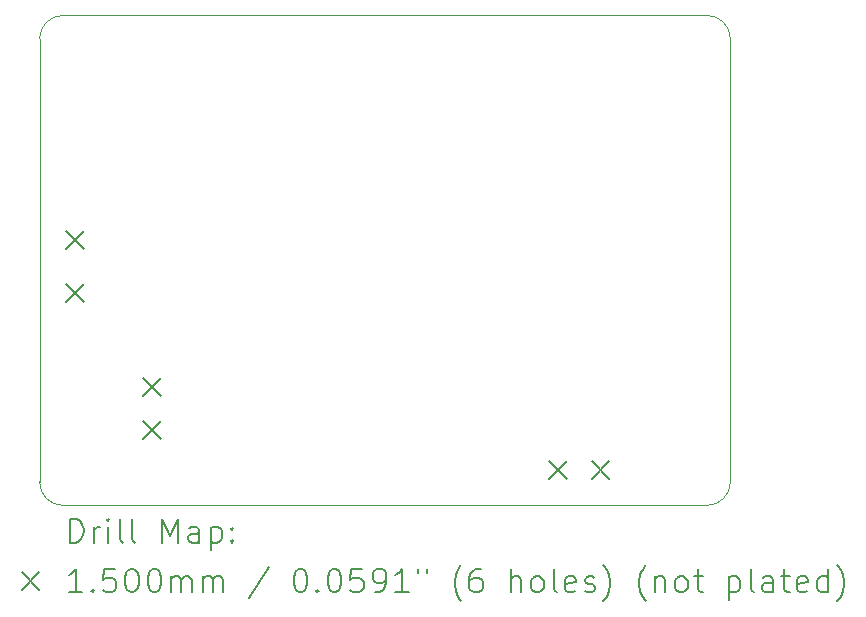
<source format=gbr>
%TF.GenerationSoftware,KiCad,Pcbnew,9.0.3*%
%TF.CreationDate,2025-09-14T12:06:08+10:00*%
%TF.ProjectId,WashingLineMonitor-P0001,57617368-696e-4674-9c69-6e654d6f6e69,AB*%
%TF.SameCoordinates,Original*%
%TF.FileFunction,Drillmap*%
%TF.FilePolarity,Positive*%
%FSLAX45Y45*%
G04 Gerber Fmt 4.5, Leading zero omitted, Abs format (unit mm)*
G04 Created by KiCad (PCBNEW 9.0.3) date 2025-09-14 12:06:08*
%MOMM*%
%LPD*%
G01*
G04 APERTURE LIST*
%ADD10C,0.050000*%
%ADD11C,0.200000*%
%ADD12C,0.150000*%
G04 APERTURE END LIST*
D10*
X3700000Y-1600000D02*
G75*
G02*
X3900000Y-1400000I200000J0D01*
G01*
X3900000Y-5550000D02*
G75*
G02*
X3700000Y-5350000I0J200000D01*
G01*
X9350000Y-5550000D02*
X3900000Y-5550000D01*
X9550000Y-1600000D02*
X9550000Y-5350000D01*
X9550000Y-5350000D02*
G75*
G02*
X9350000Y-5550000I-200000J0D01*
G01*
X3900000Y-1400000D02*
X9350000Y-1400000D01*
X3700000Y-5350000D02*
X3700000Y-1600000D01*
X9350000Y-1400000D02*
G75*
G02*
X9550000Y-1600000I0J-200000D01*
G01*
D11*
D12*
X3925000Y-3225000D02*
X4075000Y-3375000D01*
X4075000Y-3225000D02*
X3925000Y-3375000D01*
X3925000Y-3675000D02*
X4075000Y-3825000D01*
X4075000Y-3675000D02*
X3925000Y-3825000D01*
X4575000Y-4475000D02*
X4725000Y-4625000D01*
X4725000Y-4475000D02*
X4575000Y-4625000D01*
X4575000Y-4835000D02*
X4725000Y-4985000D01*
X4725000Y-4835000D02*
X4575000Y-4985000D01*
X8015000Y-5175000D02*
X8165000Y-5325000D01*
X8165000Y-5175000D02*
X8015000Y-5325000D01*
X8375000Y-5175000D02*
X8525000Y-5325000D01*
X8525000Y-5175000D02*
X8375000Y-5325000D01*
D11*
X3958277Y-5863984D02*
X3958277Y-5663984D01*
X3958277Y-5663984D02*
X4005896Y-5663984D01*
X4005896Y-5663984D02*
X4034467Y-5673508D01*
X4034467Y-5673508D02*
X4053515Y-5692555D01*
X4053515Y-5692555D02*
X4063039Y-5711603D01*
X4063039Y-5711603D02*
X4072562Y-5749698D01*
X4072562Y-5749698D02*
X4072562Y-5778269D01*
X4072562Y-5778269D02*
X4063039Y-5816365D01*
X4063039Y-5816365D02*
X4053515Y-5835412D01*
X4053515Y-5835412D02*
X4034467Y-5854460D01*
X4034467Y-5854460D02*
X4005896Y-5863984D01*
X4005896Y-5863984D02*
X3958277Y-5863984D01*
X4158277Y-5863984D02*
X4158277Y-5730650D01*
X4158277Y-5768746D02*
X4167801Y-5749698D01*
X4167801Y-5749698D02*
X4177324Y-5740174D01*
X4177324Y-5740174D02*
X4196372Y-5730650D01*
X4196372Y-5730650D02*
X4215420Y-5730650D01*
X4282086Y-5863984D02*
X4282086Y-5730650D01*
X4282086Y-5663984D02*
X4272563Y-5673508D01*
X4272563Y-5673508D02*
X4282086Y-5683031D01*
X4282086Y-5683031D02*
X4291610Y-5673508D01*
X4291610Y-5673508D02*
X4282086Y-5663984D01*
X4282086Y-5663984D02*
X4282086Y-5683031D01*
X4405896Y-5863984D02*
X4386848Y-5854460D01*
X4386848Y-5854460D02*
X4377324Y-5835412D01*
X4377324Y-5835412D02*
X4377324Y-5663984D01*
X4510658Y-5863984D02*
X4491610Y-5854460D01*
X4491610Y-5854460D02*
X4482086Y-5835412D01*
X4482086Y-5835412D02*
X4482086Y-5663984D01*
X4739229Y-5863984D02*
X4739229Y-5663984D01*
X4739229Y-5663984D02*
X4805896Y-5806841D01*
X4805896Y-5806841D02*
X4872563Y-5663984D01*
X4872563Y-5663984D02*
X4872563Y-5863984D01*
X5053515Y-5863984D02*
X5053515Y-5759222D01*
X5053515Y-5759222D02*
X5043991Y-5740174D01*
X5043991Y-5740174D02*
X5024944Y-5730650D01*
X5024944Y-5730650D02*
X4986848Y-5730650D01*
X4986848Y-5730650D02*
X4967801Y-5740174D01*
X5053515Y-5854460D02*
X5034467Y-5863984D01*
X5034467Y-5863984D02*
X4986848Y-5863984D01*
X4986848Y-5863984D02*
X4967801Y-5854460D01*
X4967801Y-5854460D02*
X4958277Y-5835412D01*
X4958277Y-5835412D02*
X4958277Y-5816365D01*
X4958277Y-5816365D02*
X4967801Y-5797317D01*
X4967801Y-5797317D02*
X4986848Y-5787793D01*
X4986848Y-5787793D02*
X5034467Y-5787793D01*
X5034467Y-5787793D02*
X5053515Y-5778269D01*
X5148753Y-5730650D02*
X5148753Y-5930650D01*
X5148753Y-5740174D02*
X5167801Y-5730650D01*
X5167801Y-5730650D02*
X5205896Y-5730650D01*
X5205896Y-5730650D02*
X5224944Y-5740174D01*
X5224944Y-5740174D02*
X5234467Y-5749698D01*
X5234467Y-5749698D02*
X5243991Y-5768746D01*
X5243991Y-5768746D02*
X5243991Y-5825888D01*
X5243991Y-5825888D02*
X5234467Y-5844936D01*
X5234467Y-5844936D02*
X5224944Y-5854460D01*
X5224944Y-5854460D02*
X5205896Y-5863984D01*
X5205896Y-5863984D02*
X5167801Y-5863984D01*
X5167801Y-5863984D02*
X5148753Y-5854460D01*
X5329705Y-5844936D02*
X5339229Y-5854460D01*
X5339229Y-5854460D02*
X5329705Y-5863984D01*
X5329705Y-5863984D02*
X5320182Y-5854460D01*
X5320182Y-5854460D02*
X5329705Y-5844936D01*
X5329705Y-5844936D02*
X5329705Y-5863984D01*
X5329705Y-5740174D02*
X5339229Y-5749698D01*
X5339229Y-5749698D02*
X5329705Y-5759222D01*
X5329705Y-5759222D02*
X5320182Y-5749698D01*
X5320182Y-5749698D02*
X5329705Y-5740174D01*
X5329705Y-5740174D02*
X5329705Y-5759222D01*
D12*
X3547500Y-6117500D02*
X3697500Y-6267500D01*
X3697500Y-6117500D02*
X3547500Y-6267500D01*
D11*
X4063039Y-6283984D02*
X3948753Y-6283984D01*
X4005896Y-6283984D02*
X4005896Y-6083984D01*
X4005896Y-6083984D02*
X3986848Y-6112555D01*
X3986848Y-6112555D02*
X3967801Y-6131603D01*
X3967801Y-6131603D02*
X3948753Y-6141127D01*
X4148753Y-6264936D02*
X4158277Y-6274460D01*
X4158277Y-6274460D02*
X4148753Y-6283984D01*
X4148753Y-6283984D02*
X4139229Y-6274460D01*
X4139229Y-6274460D02*
X4148753Y-6264936D01*
X4148753Y-6264936D02*
X4148753Y-6283984D01*
X4339229Y-6083984D02*
X4243991Y-6083984D01*
X4243991Y-6083984D02*
X4234467Y-6179222D01*
X4234467Y-6179222D02*
X4243991Y-6169698D01*
X4243991Y-6169698D02*
X4263039Y-6160174D01*
X4263039Y-6160174D02*
X4310658Y-6160174D01*
X4310658Y-6160174D02*
X4329705Y-6169698D01*
X4329705Y-6169698D02*
X4339229Y-6179222D01*
X4339229Y-6179222D02*
X4348753Y-6198269D01*
X4348753Y-6198269D02*
X4348753Y-6245888D01*
X4348753Y-6245888D02*
X4339229Y-6264936D01*
X4339229Y-6264936D02*
X4329705Y-6274460D01*
X4329705Y-6274460D02*
X4310658Y-6283984D01*
X4310658Y-6283984D02*
X4263039Y-6283984D01*
X4263039Y-6283984D02*
X4243991Y-6274460D01*
X4243991Y-6274460D02*
X4234467Y-6264936D01*
X4472563Y-6083984D02*
X4491610Y-6083984D01*
X4491610Y-6083984D02*
X4510658Y-6093508D01*
X4510658Y-6093508D02*
X4520182Y-6103031D01*
X4520182Y-6103031D02*
X4529705Y-6122079D01*
X4529705Y-6122079D02*
X4539229Y-6160174D01*
X4539229Y-6160174D02*
X4539229Y-6207793D01*
X4539229Y-6207793D02*
X4529705Y-6245888D01*
X4529705Y-6245888D02*
X4520182Y-6264936D01*
X4520182Y-6264936D02*
X4510658Y-6274460D01*
X4510658Y-6274460D02*
X4491610Y-6283984D01*
X4491610Y-6283984D02*
X4472563Y-6283984D01*
X4472563Y-6283984D02*
X4453515Y-6274460D01*
X4453515Y-6274460D02*
X4443991Y-6264936D01*
X4443991Y-6264936D02*
X4434467Y-6245888D01*
X4434467Y-6245888D02*
X4424944Y-6207793D01*
X4424944Y-6207793D02*
X4424944Y-6160174D01*
X4424944Y-6160174D02*
X4434467Y-6122079D01*
X4434467Y-6122079D02*
X4443991Y-6103031D01*
X4443991Y-6103031D02*
X4453515Y-6093508D01*
X4453515Y-6093508D02*
X4472563Y-6083984D01*
X4663039Y-6083984D02*
X4682086Y-6083984D01*
X4682086Y-6083984D02*
X4701134Y-6093508D01*
X4701134Y-6093508D02*
X4710658Y-6103031D01*
X4710658Y-6103031D02*
X4720182Y-6122079D01*
X4720182Y-6122079D02*
X4729705Y-6160174D01*
X4729705Y-6160174D02*
X4729705Y-6207793D01*
X4729705Y-6207793D02*
X4720182Y-6245888D01*
X4720182Y-6245888D02*
X4710658Y-6264936D01*
X4710658Y-6264936D02*
X4701134Y-6274460D01*
X4701134Y-6274460D02*
X4682086Y-6283984D01*
X4682086Y-6283984D02*
X4663039Y-6283984D01*
X4663039Y-6283984D02*
X4643991Y-6274460D01*
X4643991Y-6274460D02*
X4634467Y-6264936D01*
X4634467Y-6264936D02*
X4624944Y-6245888D01*
X4624944Y-6245888D02*
X4615420Y-6207793D01*
X4615420Y-6207793D02*
X4615420Y-6160174D01*
X4615420Y-6160174D02*
X4624944Y-6122079D01*
X4624944Y-6122079D02*
X4634467Y-6103031D01*
X4634467Y-6103031D02*
X4643991Y-6093508D01*
X4643991Y-6093508D02*
X4663039Y-6083984D01*
X4815420Y-6283984D02*
X4815420Y-6150650D01*
X4815420Y-6169698D02*
X4824944Y-6160174D01*
X4824944Y-6160174D02*
X4843991Y-6150650D01*
X4843991Y-6150650D02*
X4872563Y-6150650D01*
X4872563Y-6150650D02*
X4891610Y-6160174D01*
X4891610Y-6160174D02*
X4901134Y-6179222D01*
X4901134Y-6179222D02*
X4901134Y-6283984D01*
X4901134Y-6179222D02*
X4910658Y-6160174D01*
X4910658Y-6160174D02*
X4929705Y-6150650D01*
X4929705Y-6150650D02*
X4958277Y-6150650D01*
X4958277Y-6150650D02*
X4977325Y-6160174D01*
X4977325Y-6160174D02*
X4986848Y-6179222D01*
X4986848Y-6179222D02*
X4986848Y-6283984D01*
X5082086Y-6283984D02*
X5082086Y-6150650D01*
X5082086Y-6169698D02*
X5091610Y-6160174D01*
X5091610Y-6160174D02*
X5110658Y-6150650D01*
X5110658Y-6150650D02*
X5139229Y-6150650D01*
X5139229Y-6150650D02*
X5158277Y-6160174D01*
X5158277Y-6160174D02*
X5167801Y-6179222D01*
X5167801Y-6179222D02*
X5167801Y-6283984D01*
X5167801Y-6179222D02*
X5177325Y-6160174D01*
X5177325Y-6160174D02*
X5196372Y-6150650D01*
X5196372Y-6150650D02*
X5224944Y-6150650D01*
X5224944Y-6150650D02*
X5243991Y-6160174D01*
X5243991Y-6160174D02*
X5253515Y-6179222D01*
X5253515Y-6179222D02*
X5253515Y-6283984D01*
X5643991Y-6074460D02*
X5472563Y-6331603D01*
X5901134Y-6083984D02*
X5920182Y-6083984D01*
X5920182Y-6083984D02*
X5939229Y-6093508D01*
X5939229Y-6093508D02*
X5948753Y-6103031D01*
X5948753Y-6103031D02*
X5958277Y-6122079D01*
X5958277Y-6122079D02*
X5967801Y-6160174D01*
X5967801Y-6160174D02*
X5967801Y-6207793D01*
X5967801Y-6207793D02*
X5958277Y-6245888D01*
X5958277Y-6245888D02*
X5948753Y-6264936D01*
X5948753Y-6264936D02*
X5939229Y-6274460D01*
X5939229Y-6274460D02*
X5920182Y-6283984D01*
X5920182Y-6283984D02*
X5901134Y-6283984D01*
X5901134Y-6283984D02*
X5882086Y-6274460D01*
X5882086Y-6274460D02*
X5872563Y-6264936D01*
X5872563Y-6264936D02*
X5863039Y-6245888D01*
X5863039Y-6245888D02*
X5853515Y-6207793D01*
X5853515Y-6207793D02*
X5853515Y-6160174D01*
X5853515Y-6160174D02*
X5863039Y-6122079D01*
X5863039Y-6122079D02*
X5872563Y-6103031D01*
X5872563Y-6103031D02*
X5882086Y-6093508D01*
X5882086Y-6093508D02*
X5901134Y-6083984D01*
X6053515Y-6264936D02*
X6063039Y-6274460D01*
X6063039Y-6274460D02*
X6053515Y-6283984D01*
X6053515Y-6283984D02*
X6043991Y-6274460D01*
X6043991Y-6274460D02*
X6053515Y-6264936D01*
X6053515Y-6264936D02*
X6053515Y-6283984D01*
X6186848Y-6083984D02*
X6205896Y-6083984D01*
X6205896Y-6083984D02*
X6224944Y-6093508D01*
X6224944Y-6093508D02*
X6234467Y-6103031D01*
X6234467Y-6103031D02*
X6243991Y-6122079D01*
X6243991Y-6122079D02*
X6253515Y-6160174D01*
X6253515Y-6160174D02*
X6253515Y-6207793D01*
X6253515Y-6207793D02*
X6243991Y-6245888D01*
X6243991Y-6245888D02*
X6234467Y-6264936D01*
X6234467Y-6264936D02*
X6224944Y-6274460D01*
X6224944Y-6274460D02*
X6205896Y-6283984D01*
X6205896Y-6283984D02*
X6186848Y-6283984D01*
X6186848Y-6283984D02*
X6167801Y-6274460D01*
X6167801Y-6274460D02*
X6158277Y-6264936D01*
X6158277Y-6264936D02*
X6148753Y-6245888D01*
X6148753Y-6245888D02*
X6139229Y-6207793D01*
X6139229Y-6207793D02*
X6139229Y-6160174D01*
X6139229Y-6160174D02*
X6148753Y-6122079D01*
X6148753Y-6122079D02*
X6158277Y-6103031D01*
X6158277Y-6103031D02*
X6167801Y-6093508D01*
X6167801Y-6093508D02*
X6186848Y-6083984D01*
X6434467Y-6083984D02*
X6339229Y-6083984D01*
X6339229Y-6083984D02*
X6329706Y-6179222D01*
X6329706Y-6179222D02*
X6339229Y-6169698D01*
X6339229Y-6169698D02*
X6358277Y-6160174D01*
X6358277Y-6160174D02*
X6405896Y-6160174D01*
X6405896Y-6160174D02*
X6424944Y-6169698D01*
X6424944Y-6169698D02*
X6434467Y-6179222D01*
X6434467Y-6179222D02*
X6443991Y-6198269D01*
X6443991Y-6198269D02*
X6443991Y-6245888D01*
X6443991Y-6245888D02*
X6434467Y-6264936D01*
X6434467Y-6264936D02*
X6424944Y-6274460D01*
X6424944Y-6274460D02*
X6405896Y-6283984D01*
X6405896Y-6283984D02*
X6358277Y-6283984D01*
X6358277Y-6283984D02*
X6339229Y-6274460D01*
X6339229Y-6274460D02*
X6329706Y-6264936D01*
X6539229Y-6283984D02*
X6577325Y-6283984D01*
X6577325Y-6283984D02*
X6596372Y-6274460D01*
X6596372Y-6274460D02*
X6605896Y-6264936D01*
X6605896Y-6264936D02*
X6624944Y-6236365D01*
X6624944Y-6236365D02*
X6634467Y-6198269D01*
X6634467Y-6198269D02*
X6634467Y-6122079D01*
X6634467Y-6122079D02*
X6624944Y-6103031D01*
X6624944Y-6103031D02*
X6615420Y-6093508D01*
X6615420Y-6093508D02*
X6596372Y-6083984D01*
X6596372Y-6083984D02*
X6558277Y-6083984D01*
X6558277Y-6083984D02*
X6539229Y-6093508D01*
X6539229Y-6093508D02*
X6529706Y-6103031D01*
X6529706Y-6103031D02*
X6520182Y-6122079D01*
X6520182Y-6122079D02*
X6520182Y-6169698D01*
X6520182Y-6169698D02*
X6529706Y-6188746D01*
X6529706Y-6188746D02*
X6539229Y-6198269D01*
X6539229Y-6198269D02*
X6558277Y-6207793D01*
X6558277Y-6207793D02*
X6596372Y-6207793D01*
X6596372Y-6207793D02*
X6615420Y-6198269D01*
X6615420Y-6198269D02*
X6624944Y-6188746D01*
X6624944Y-6188746D02*
X6634467Y-6169698D01*
X6824944Y-6283984D02*
X6710658Y-6283984D01*
X6767801Y-6283984D02*
X6767801Y-6083984D01*
X6767801Y-6083984D02*
X6748753Y-6112555D01*
X6748753Y-6112555D02*
X6729706Y-6131603D01*
X6729706Y-6131603D02*
X6710658Y-6141127D01*
X6901134Y-6083984D02*
X6901134Y-6122079D01*
X6977325Y-6083984D02*
X6977325Y-6122079D01*
X7272563Y-6360174D02*
X7263039Y-6350650D01*
X7263039Y-6350650D02*
X7243991Y-6322079D01*
X7243991Y-6322079D02*
X7234468Y-6303031D01*
X7234468Y-6303031D02*
X7224944Y-6274460D01*
X7224944Y-6274460D02*
X7215420Y-6226841D01*
X7215420Y-6226841D02*
X7215420Y-6188746D01*
X7215420Y-6188746D02*
X7224944Y-6141127D01*
X7224944Y-6141127D02*
X7234468Y-6112555D01*
X7234468Y-6112555D02*
X7243991Y-6093508D01*
X7243991Y-6093508D02*
X7263039Y-6064936D01*
X7263039Y-6064936D02*
X7272563Y-6055412D01*
X7434468Y-6083984D02*
X7396372Y-6083984D01*
X7396372Y-6083984D02*
X7377325Y-6093508D01*
X7377325Y-6093508D02*
X7367801Y-6103031D01*
X7367801Y-6103031D02*
X7348753Y-6131603D01*
X7348753Y-6131603D02*
X7339229Y-6169698D01*
X7339229Y-6169698D02*
X7339229Y-6245888D01*
X7339229Y-6245888D02*
X7348753Y-6264936D01*
X7348753Y-6264936D02*
X7358277Y-6274460D01*
X7358277Y-6274460D02*
X7377325Y-6283984D01*
X7377325Y-6283984D02*
X7415420Y-6283984D01*
X7415420Y-6283984D02*
X7434468Y-6274460D01*
X7434468Y-6274460D02*
X7443991Y-6264936D01*
X7443991Y-6264936D02*
X7453515Y-6245888D01*
X7453515Y-6245888D02*
X7453515Y-6198269D01*
X7453515Y-6198269D02*
X7443991Y-6179222D01*
X7443991Y-6179222D02*
X7434468Y-6169698D01*
X7434468Y-6169698D02*
X7415420Y-6160174D01*
X7415420Y-6160174D02*
X7377325Y-6160174D01*
X7377325Y-6160174D02*
X7358277Y-6169698D01*
X7358277Y-6169698D02*
X7348753Y-6179222D01*
X7348753Y-6179222D02*
X7339229Y-6198269D01*
X7691610Y-6283984D02*
X7691610Y-6083984D01*
X7777325Y-6283984D02*
X7777325Y-6179222D01*
X7777325Y-6179222D02*
X7767801Y-6160174D01*
X7767801Y-6160174D02*
X7748753Y-6150650D01*
X7748753Y-6150650D02*
X7720182Y-6150650D01*
X7720182Y-6150650D02*
X7701134Y-6160174D01*
X7701134Y-6160174D02*
X7691610Y-6169698D01*
X7901134Y-6283984D02*
X7882087Y-6274460D01*
X7882087Y-6274460D02*
X7872563Y-6264936D01*
X7872563Y-6264936D02*
X7863039Y-6245888D01*
X7863039Y-6245888D02*
X7863039Y-6188746D01*
X7863039Y-6188746D02*
X7872563Y-6169698D01*
X7872563Y-6169698D02*
X7882087Y-6160174D01*
X7882087Y-6160174D02*
X7901134Y-6150650D01*
X7901134Y-6150650D02*
X7929706Y-6150650D01*
X7929706Y-6150650D02*
X7948753Y-6160174D01*
X7948753Y-6160174D02*
X7958277Y-6169698D01*
X7958277Y-6169698D02*
X7967801Y-6188746D01*
X7967801Y-6188746D02*
X7967801Y-6245888D01*
X7967801Y-6245888D02*
X7958277Y-6264936D01*
X7958277Y-6264936D02*
X7948753Y-6274460D01*
X7948753Y-6274460D02*
X7929706Y-6283984D01*
X7929706Y-6283984D02*
X7901134Y-6283984D01*
X8082087Y-6283984D02*
X8063039Y-6274460D01*
X8063039Y-6274460D02*
X8053515Y-6255412D01*
X8053515Y-6255412D02*
X8053515Y-6083984D01*
X8234468Y-6274460D02*
X8215420Y-6283984D01*
X8215420Y-6283984D02*
X8177325Y-6283984D01*
X8177325Y-6283984D02*
X8158277Y-6274460D01*
X8158277Y-6274460D02*
X8148753Y-6255412D01*
X8148753Y-6255412D02*
X8148753Y-6179222D01*
X8148753Y-6179222D02*
X8158277Y-6160174D01*
X8158277Y-6160174D02*
X8177325Y-6150650D01*
X8177325Y-6150650D02*
X8215420Y-6150650D01*
X8215420Y-6150650D02*
X8234468Y-6160174D01*
X8234468Y-6160174D02*
X8243991Y-6179222D01*
X8243991Y-6179222D02*
X8243991Y-6198269D01*
X8243991Y-6198269D02*
X8148753Y-6217317D01*
X8320182Y-6274460D02*
X8339230Y-6283984D01*
X8339230Y-6283984D02*
X8377325Y-6283984D01*
X8377325Y-6283984D02*
X8396373Y-6274460D01*
X8396373Y-6274460D02*
X8405896Y-6255412D01*
X8405896Y-6255412D02*
X8405896Y-6245888D01*
X8405896Y-6245888D02*
X8396373Y-6226841D01*
X8396373Y-6226841D02*
X8377325Y-6217317D01*
X8377325Y-6217317D02*
X8348753Y-6217317D01*
X8348753Y-6217317D02*
X8329706Y-6207793D01*
X8329706Y-6207793D02*
X8320182Y-6188746D01*
X8320182Y-6188746D02*
X8320182Y-6179222D01*
X8320182Y-6179222D02*
X8329706Y-6160174D01*
X8329706Y-6160174D02*
X8348753Y-6150650D01*
X8348753Y-6150650D02*
X8377325Y-6150650D01*
X8377325Y-6150650D02*
X8396373Y-6160174D01*
X8472563Y-6360174D02*
X8482087Y-6350650D01*
X8482087Y-6350650D02*
X8501134Y-6322079D01*
X8501134Y-6322079D02*
X8510658Y-6303031D01*
X8510658Y-6303031D02*
X8520182Y-6274460D01*
X8520182Y-6274460D02*
X8529706Y-6226841D01*
X8529706Y-6226841D02*
X8529706Y-6188746D01*
X8529706Y-6188746D02*
X8520182Y-6141127D01*
X8520182Y-6141127D02*
X8510658Y-6112555D01*
X8510658Y-6112555D02*
X8501134Y-6093508D01*
X8501134Y-6093508D02*
X8482087Y-6064936D01*
X8482087Y-6064936D02*
X8472563Y-6055412D01*
X8834468Y-6360174D02*
X8824944Y-6350650D01*
X8824944Y-6350650D02*
X8805896Y-6322079D01*
X8805896Y-6322079D02*
X8796373Y-6303031D01*
X8796373Y-6303031D02*
X8786849Y-6274460D01*
X8786849Y-6274460D02*
X8777325Y-6226841D01*
X8777325Y-6226841D02*
X8777325Y-6188746D01*
X8777325Y-6188746D02*
X8786849Y-6141127D01*
X8786849Y-6141127D02*
X8796373Y-6112555D01*
X8796373Y-6112555D02*
X8805896Y-6093508D01*
X8805896Y-6093508D02*
X8824944Y-6064936D01*
X8824944Y-6064936D02*
X8834468Y-6055412D01*
X8910658Y-6150650D02*
X8910658Y-6283984D01*
X8910658Y-6169698D02*
X8920182Y-6160174D01*
X8920182Y-6160174D02*
X8939230Y-6150650D01*
X8939230Y-6150650D02*
X8967801Y-6150650D01*
X8967801Y-6150650D02*
X8986849Y-6160174D01*
X8986849Y-6160174D02*
X8996373Y-6179222D01*
X8996373Y-6179222D02*
X8996373Y-6283984D01*
X9120182Y-6283984D02*
X9101134Y-6274460D01*
X9101134Y-6274460D02*
X9091611Y-6264936D01*
X9091611Y-6264936D02*
X9082087Y-6245888D01*
X9082087Y-6245888D02*
X9082087Y-6188746D01*
X9082087Y-6188746D02*
X9091611Y-6169698D01*
X9091611Y-6169698D02*
X9101134Y-6160174D01*
X9101134Y-6160174D02*
X9120182Y-6150650D01*
X9120182Y-6150650D02*
X9148754Y-6150650D01*
X9148754Y-6150650D02*
X9167801Y-6160174D01*
X9167801Y-6160174D02*
X9177325Y-6169698D01*
X9177325Y-6169698D02*
X9186849Y-6188746D01*
X9186849Y-6188746D02*
X9186849Y-6245888D01*
X9186849Y-6245888D02*
X9177325Y-6264936D01*
X9177325Y-6264936D02*
X9167801Y-6274460D01*
X9167801Y-6274460D02*
X9148754Y-6283984D01*
X9148754Y-6283984D02*
X9120182Y-6283984D01*
X9243992Y-6150650D02*
X9320182Y-6150650D01*
X9272563Y-6083984D02*
X9272563Y-6255412D01*
X9272563Y-6255412D02*
X9282087Y-6274460D01*
X9282087Y-6274460D02*
X9301134Y-6283984D01*
X9301134Y-6283984D02*
X9320182Y-6283984D01*
X9539230Y-6150650D02*
X9539230Y-6350650D01*
X9539230Y-6160174D02*
X9558277Y-6150650D01*
X9558277Y-6150650D02*
X9596373Y-6150650D01*
X9596373Y-6150650D02*
X9615420Y-6160174D01*
X9615420Y-6160174D02*
X9624944Y-6169698D01*
X9624944Y-6169698D02*
X9634468Y-6188746D01*
X9634468Y-6188746D02*
X9634468Y-6245888D01*
X9634468Y-6245888D02*
X9624944Y-6264936D01*
X9624944Y-6264936D02*
X9615420Y-6274460D01*
X9615420Y-6274460D02*
X9596373Y-6283984D01*
X9596373Y-6283984D02*
X9558277Y-6283984D01*
X9558277Y-6283984D02*
X9539230Y-6274460D01*
X9748754Y-6283984D02*
X9729706Y-6274460D01*
X9729706Y-6274460D02*
X9720182Y-6255412D01*
X9720182Y-6255412D02*
X9720182Y-6083984D01*
X9910658Y-6283984D02*
X9910658Y-6179222D01*
X9910658Y-6179222D02*
X9901135Y-6160174D01*
X9901135Y-6160174D02*
X9882087Y-6150650D01*
X9882087Y-6150650D02*
X9843992Y-6150650D01*
X9843992Y-6150650D02*
X9824944Y-6160174D01*
X9910658Y-6274460D02*
X9891611Y-6283984D01*
X9891611Y-6283984D02*
X9843992Y-6283984D01*
X9843992Y-6283984D02*
X9824944Y-6274460D01*
X9824944Y-6274460D02*
X9815420Y-6255412D01*
X9815420Y-6255412D02*
X9815420Y-6236365D01*
X9815420Y-6236365D02*
X9824944Y-6217317D01*
X9824944Y-6217317D02*
X9843992Y-6207793D01*
X9843992Y-6207793D02*
X9891611Y-6207793D01*
X9891611Y-6207793D02*
X9910658Y-6198269D01*
X9977325Y-6150650D02*
X10053515Y-6150650D01*
X10005896Y-6083984D02*
X10005896Y-6255412D01*
X10005896Y-6255412D02*
X10015420Y-6274460D01*
X10015420Y-6274460D02*
X10034468Y-6283984D01*
X10034468Y-6283984D02*
X10053515Y-6283984D01*
X10196373Y-6274460D02*
X10177325Y-6283984D01*
X10177325Y-6283984D02*
X10139230Y-6283984D01*
X10139230Y-6283984D02*
X10120182Y-6274460D01*
X10120182Y-6274460D02*
X10110658Y-6255412D01*
X10110658Y-6255412D02*
X10110658Y-6179222D01*
X10110658Y-6179222D02*
X10120182Y-6160174D01*
X10120182Y-6160174D02*
X10139230Y-6150650D01*
X10139230Y-6150650D02*
X10177325Y-6150650D01*
X10177325Y-6150650D02*
X10196373Y-6160174D01*
X10196373Y-6160174D02*
X10205896Y-6179222D01*
X10205896Y-6179222D02*
X10205896Y-6198269D01*
X10205896Y-6198269D02*
X10110658Y-6217317D01*
X10377325Y-6283984D02*
X10377325Y-6083984D01*
X10377325Y-6274460D02*
X10358277Y-6283984D01*
X10358277Y-6283984D02*
X10320182Y-6283984D01*
X10320182Y-6283984D02*
X10301135Y-6274460D01*
X10301135Y-6274460D02*
X10291611Y-6264936D01*
X10291611Y-6264936D02*
X10282087Y-6245888D01*
X10282087Y-6245888D02*
X10282087Y-6188746D01*
X10282087Y-6188746D02*
X10291611Y-6169698D01*
X10291611Y-6169698D02*
X10301135Y-6160174D01*
X10301135Y-6160174D02*
X10320182Y-6150650D01*
X10320182Y-6150650D02*
X10358277Y-6150650D01*
X10358277Y-6150650D02*
X10377325Y-6160174D01*
X10453516Y-6360174D02*
X10463039Y-6350650D01*
X10463039Y-6350650D02*
X10482087Y-6322079D01*
X10482087Y-6322079D02*
X10491611Y-6303031D01*
X10491611Y-6303031D02*
X10501135Y-6274460D01*
X10501135Y-6274460D02*
X10510658Y-6226841D01*
X10510658Y-6226841D02*
X10510658Y-6188746D01*
X10510658Y-6188746D02*
X10501135Y-6141127D01*
X10501135Y-6141127D02*
X10491611Y-6112555D01*
X10491611Y-6112555D02*
X10482087Y-6093508D01*
X10482087Y-6093508D02*
X10463039Y-6064936D01*
X10463039Y-6064936D02*
X10453516Y-6055412D01*
M02*

</source>
